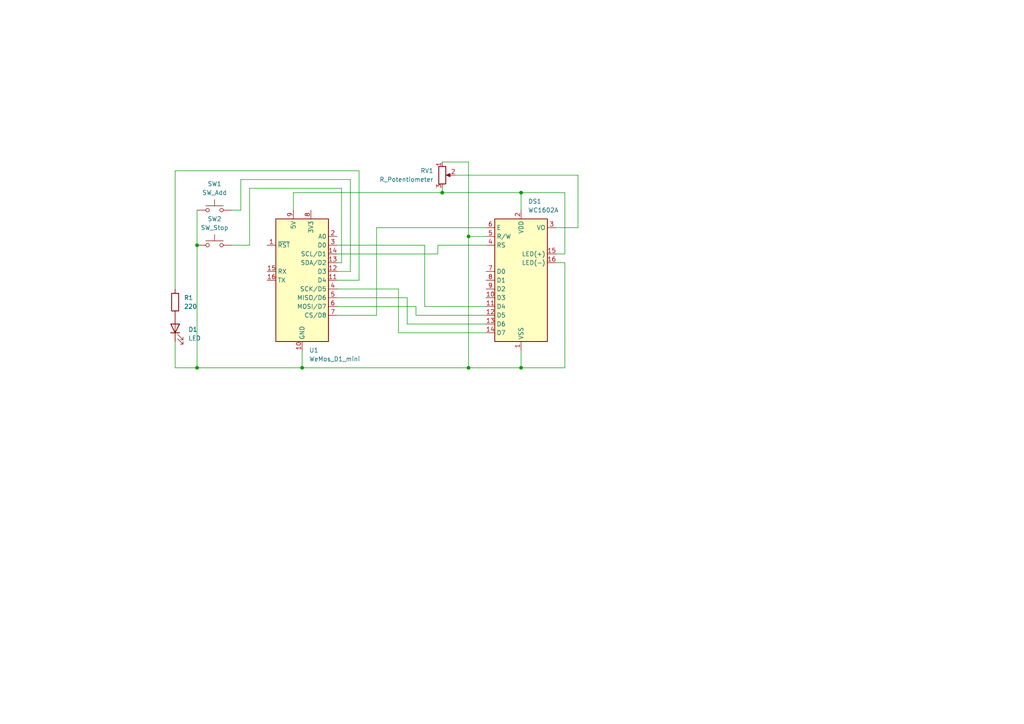
<source format=kicad_sch>
(kicad_sch (version 20211123) (generator eeschema)
  (paper "A4")
  (lib_symbols
    (symbol "Device:LED" (pin_numbers hide) (pin_names (offset 1.016) hide)
      (property "Reference" "D" (at 0 2.54 0))
      (property "Value" "LED" (at 0 -2.54 0))
      (symbol "LED_0_1"
        (polyline (pts (xy -1.27 -1.27) (xy -1.27 1.27)) (stroke (width 0.254)))
        (polyline (pts (xy -1.27 0) (xy 1.27 0)))
        (polyline (pts (xy 1.27 -1.27) (xy 1.27 1.27) (xy -1.27 0) (xy 1.27 -1.27)) (stroke (width 0.254)))
        (polyline (pts (xy -3.048 -0.762) (xy -4.572 -2.286) (xy -3.81 -2.286) (xy -4.572 -2.286) (xy -4.572 -1.524)))
        (polyline (pts (xy -1.778 -0.762) (xy -3.302 -2.286) (xy -2.54 -2.286) (xy -3.302 -2.286) (xy -3.302 -1.524)))
      )
      (symbol "LED_1_1"
        (pin passive line (at -3.81 0 0) (length 2.54) (name "K") (number "1"))
        (pin passive line (at 3.81 0 180) (length 2.54) (name "A") (number "2"))
      )
    )
    (symbol "Device:R" (pin_numbers hide) (pin_names (offset 0))
      (property "Reference" "R" (at 2.032 0 90))
      (property "Value" "R" (at 0 0 90))
      (symbol "R_0_1"
        (rectangle (start -1.016 -2.54) (end 1.016 2.54) (stroke (width 0.254)))
      )
      (symbol "R_1_1"
        (pin passive line (at 0 3.81 270) (length 1.27) (name "~") (number "1"))
        (pin passive line (at 0 -3.81 90) (length 1.27) (name "~") (number "2"))
      )
    )
    (symbol "Device:R_Potentiometer" (pin_names (offset 1.016) hide)
      (property "Reference" "RV" (at -4.445 0 90))
      (property "Value" "R_Potentiometer" (at -2.54 0 90))
      (symbol "R_Potentiometer_0_1"
        (polyline (pts (xy 2.54 0) (xy 1.524 0)))
        (polyline (pts (xy 1.143 0) (xy 2.286 0.508) (xy 2.286 -0.508) (xy 1.143 0)) (fill (type outline)))
        (rectangle (start 1.016 2.54) (end -1.016 -2.54) (stroke (width 0.254)))
      )
      (symbol "R_Potentiometer_1_1"
        (pin passive line (at 0 3.81 270) (length 1.27) (name "1") (number "1"))
        (pin passive line (at 3.81 0 180) (length 1.27) (name "2") (number "2"))
        (pin passive line (at 0 -3.81 90) (length 1.27) (name "3") (number "3"))
      )
    )
    (symbol "Display_Character:WC1602A"
      (property "Reference" "DS" (at -5.842 19.05 0))
      (property "Value" "WC1602A" (at 5.334 19.05 0))
      (symbol "WC1602A_1_1"
        (rectangle (start -7.62 17.78) (end 7.62 -17.78) (stroke (width 0.254)) (fill (type background)))
        (pin power_in line (at 0 -20.32 90) (length 2.54) (name "VSS") (number "1"))
        (pin input line (at -10.16 -5.08 0) (length 2.54) (name "D3") (number "10"))
        (pin input line (at -10.16 -7.62 0) (length 2.54) (name "D4") (number "11"))
        (pin input line (at -10.16 -10.16 0) (length 2.54) (name "D5") (number "12"))
        (pin input line (at -10.16 -12.7 0) (length 2.54) (name "D6") (number "13"))
        (pin input line (at -10.16 -15.24 0) (length 2.54) (name "D7") (number "14"))
        (pin power_in line (at 10.16 7.62 180) (length 2.54) (name "LED(+)") (number "15"))
        (pin power_in line (at 10.16 5.08 180) (length 2.54) (name "LED(-)") (number "16"))
        (pin power_in line (at 0 20.32 270) (length 2.54) (name "VDD") (number "2"))
        (pin input line (at 10.16 15.24 180) (length 2.54) (name "VO") (number "3"))
        (pin input line (at -10.16 10.16 0) (length 2.54) (name "RS") (number "4"))
        (pin input line (at -10.16 12.7 0) (length 2.54) (name "R/W") (number "5"))
        (pin input line (at -10.16 15.24 0) (length 2.54) (name "E") (number "6"))
        (pin input line (at -10.16 2.54 0) (length 2.54) (name "D0") (number "7"))
        (pin input line (at -10.16 0 0) (length 2.54) (name "D1") (number "8"))
        (pin input line (at -10.16 -2.54 0) (length 2.54) (name "D2") (number "9"))
      )
    )
    (symbol "MCU_Module:WeMos_D1_mini"
      (property "Reference" "U" (at 3.81 19.05 0))
      (property "Value" "WeMos_D1_mini" (at 1.27 -19.05 0))
      (symbol "WeMos_D1_mini_1_1"
        (rectangle (start -7.62 17.78) (end 7.62 -17.78) (stroke (width 0.254)) (fill (type background)))
        (pin input line (at -10.16 10.16 0) (length 2.54) (name "~{RST}") (number "1"))
        (pin power_in line (at 0 -20.32 90) (length 2.54) (name "GND") (number "10"))
        (pin bidirectional line (at 10.16 0 180) (length 2.54) (name "D4") (number "11"))
        (pin bidirectional line (at 10.16 2.54 180) (length 2.54) (name "D3") (number "12"))
        (pin bidirectional line (at 10.16 5.08 180) (length 2.54) (name "SDA/D2") (number "13"))
        (pin bidirectional line (at 10.16 7.62 180) (length 2.54) (name "SCL/D1") (number "14"))
        (pin input line (at -10.16 2.54 0) (length 2.54) (name "RX") (number "15"))
        (pin output line (at -10.16 0 0) (length 2.54) (name "TX") (number "16"))
        (pin input line (at 10.16 12.7 180) (length 2.54) (name "A0") (number "2"))
        (pin bidirectional line (at 10.16 10.16 180) (length 2.54) (name "D0") (number "3"))
        (pin bidirectional line (at 10.16 -2.54 180) (length 2.54) (name "SCK/D5") (number "4"))
        (pin bidirectional line (at 10.16 -5.08 180) (length 2.54) (name "MISO/D6") (number "5"))
        (pin bidirectional line (at 10.16 -7.62 180) (length 2.54) (name "MOSI/D7") (number "6"))
        (pin bidirectional line (at 10.16 -10.16 180) (length 2.54) (name "CS/D8") (number "7"))
        (pin power_out line (at 2.54 20.32 270) (length 2.54) (name "3V3") (number "8"))
        (pin power_in line (at -2.54 20.32 270) (length 2.54) (name "5V") (number "9"))
      )
    )
    (symbol "Switch:SW_Push" (pin_numbers hide) (pin_names (offset 1.016) hide)
      (property "Reference" "SW" (at 1.27 2.54 0))
      (property "Value" "SW_Push" (at 0 -1.524 0))
      (symbol "SW_Push_0_1"
        (circle (center -2.032 0) (radius 0.508))
        (polyline (pts (xy 0 1.27) (xy 0 3.048)))
        (polyline (pts (xy 2.54 1.27) (xy -2.54 1.27)))
        (circle (center 2.032 0) (radius 0.508))
        (pin passive line (at -5.08 0 0) (length 2.54) (name "1") (number "1"))
        (pin passive line (at 5.08 0 180) (length 2.54) (name "2") (number "2"))
      )
    )
  )
  (junction (at 151.13 55.88))
  (junction (at 57.15 71.12))
  (junction (at 57.15 106.68))
  (junction (at 135.89 68.58))
  (junction (at 128.27 55.88))
  (junction (at 151.13 106.68))
  (junction (at 87.63 106.68))
  (junction (at 135.89 106.68))
  (wire (pts (xy 57.15 60.96) (xy 57.15 71.12)))
  (wire (pts (xy 127 73.66) (xy 97.79 73.66)))
  (wire (pts (xy 163.83 73.66) (xy 163.83 55.88)))
  (wire (pts (xy 72.39 54.61) (xy 72.39 71.12)))
  (wire (pts (xy 69.85 52.07) (xy 69.85 60.96)))
  (wire (pts (xy 109.22 91.44) (xy 97.79 91.44)))
  (wire (pts (xy 115.57 96.52) (xy 115.57 83.82)))
  (wire (pts (xy 120.65 91.44) (xy 120.65 88.9)))
  (wire (pts (xy 57.15 106.68) (xy 87.63 106.68)))
  (wire (pts (xy 128.27 54.61) (xy 128.27 55.88)))
  (wire (pts (xy 101.6 52.07) (xy 101.6 78.74)))
  (wire (pts (xy 167.64 66.04) (xy 161.29 66.04)))
  (wire (pts (xy 50.8 106.68) (xy 57.15 106.68)))
  (wire (pts (xy 163.83 55.88) (xy 151.13 55.88)))
  (wire (pts (xy 140.97 88.9) (xy 123.19 88.9)))
  (wire (pts (xy 140.97 66.04) (xy 109.22 66.04)))
  (wire (pts (xy 161.29 73.66) (xy 163.83 73.66)))
  (wire (pts (xy 104.14 49.53) (xy 50.8 49.53)))
  (wire (pts (xy 151.13 55.88) (xy 128.27 55.88)))
  (wire (pts (xy 97.79 78.74) (xy 101.6 78.74)))
  (wire (pts (xy 128.27 46.99) (xy 135.89 46.99)))
  (wire (pts (xy 72.39 71.12) (xy 67.31 71.12)))
  (wire (pts (xy 50.8 99.06) (xy 50.8 106.68)))
  (wire (pts (xy 128.27 55.88) (xy 85.09 55.88)))
  (wire (pts (xy 135.89 46.99) (xy 135.89 68.58)))
  (wire (pts (xy 163.83 76.2) (xy 163.83 106.68)))
  (wire (pts (xy 135.89 106.68) (xy 151.13 106.68)))
  (wire (pts (xy 140.97 91.44) (xy 120.65 91.44)))
  (wire (pts (xy 167.64 50.8) (xy 167.64 66.04)))
  (wire (pts (xy 151.13 60.96) (xy 151.13 55.88)))
  (wire (pts (xy 118.11 93.98) (xy 118.11 86.36)))
  (wire (pts (xy 161.29 76.2) (xy 163.83 76.2)))
  (wire (pts (xy 109.22 66.04) (xy 109.22 91.44)))
  (wire (pts (xy 135.89 68.58) (xy 135.89 106.68)))
  (wire (pts (xy 85.09 55.88) (xy 85.09 60.96)))
  (wire (pts (xy 127 71.12) (xy 127 73.66)))
  (wire (pts (xy 97.79 76.2) (xy 99.06 76.2)))
  (wire (pts (xy 120.65 88.9) (xy 97.79 88.9)))
  (wire (pts (xy 57.15 71.12) (xy 57.15 106.68)))
  (wire (pts (xy 99.06 54.61) (xy 72.39 54.61)))
  (wire (pts (xy 151.13 101.6) (xy 151.13 106.68)))
  (wire (pts (xy 87.63 106.68) (xy 87.63 101.6)))
  (wire (pts (xy 123.19 71.12) (xy 123.19 88.9)))
  (wire (pts (xy 140.97 96.52) (xy 115.57 96.52)))
  (wire (pts (xy 87.63 106.68) (xy 135.89 106.68)))
  (wire (pts (xy 69.85 60.96) (xy 67.31 60.96)))
  (wire (pts (xy 97.79 81.28) (xy 104.14 81.28)))
  (wire (pts (xy 99.06 54.61) (xy 99.06 76.2)))
  (wire (pts (xy 140.97 93.98) (xy 118.11 93.98)))
  (wire (pts (xy 151.13 106.68) (xy 163.83 106.68)))
  (wire (pts (xy 101.6 52.07) (xy 69.85 52.07)))
  (wire (pts (xy 132.08 50.8) (xy 167.64 50.8)))
  (wire (pts (xy 97.79 71.12) (xy 123.19 71.12)))
  (wire (pts (xy 50.8 49.53) (xy 50.8 83.82)))
  (wire (pts (xy 140.97 71.12) (xy 127 71.12)))
  (wire (pts (xy 115.57 83.82) (xy 97.79 83.82)))
  (wire (pts (xy 104.14 49.53) (xy 104.14 81.28)))
  (wire (pts (xy 135.89 68.58) (xy 140.97 68.58)))
  (wire (pts (xy 118.11 86.36) (xy 97.79 86.36)))
  (symbol (lib_id "Device:LED") (at 50.8 95.25 90) (unit 1)
    (property "Reference" "D1" (at 54.61 95.5674 90) (effects (justify right)))
    (property "Value" "LED" (at 54.61 98.1074 90) (effects (justify right)))
    (property "Footprint" "LED_THT:LED_D4.0mm" (effects hide))
  )
  (symbol (lib_id "Device:R") (at 50.8 87.63 0) (unit 1)
    (property "Reference" "R1" (at 53.34 86.3599 0) (effects (justify left)))
    (property "Value" "220" (at 53.34 88.8999 0) (effects (justify left)))
    (property "Footprint" "Resistor_SMD:R_0201_0603Metric" (effects hide))
  )
  (symbol (lib_id "Display_Character:WC1602A") (at 151.13 81.28 0) (unit 1)
    (property "Reference" "DS1" (at 153.1494 58.42 0) (effects (justify left)))
    (property "Value" "WC1602A" (at 153.1494 60.96 0) (effects (justify left)))
    (property "Footprint" "Display:WC1602A" (effects hide))
    (property "Datasheet" "http://www.wincomlcd.com/pdf/WC1602A-SFYLYHTC06.pdf" (effects hide))
  )
  (symbol (lib_id "MCU_Module:WeMos_D1_mini") (at 87.63 81.28 0) (unit 1)
    (property "Reference" "U1" (at 89.6494 101.6 0) (effects (justify left)))
    (property "Value" "WeMos_D1_mini" (at 89.6494 104.14 0) (effects (justify left)))
    (property "Footprint" "Module:WEMOS_D1_mini_light" (effects hide))
    (property "Datasheet" "https://wiki.wemos.cc/products:d1:d1_mini#documentation" (effects hide))
  )
  (symbol (lib_id "Switch:SW_Push") (at 62.23 60.96 0) (unit 1)
    (property "Reference" "SW1" (at 62.23 53.34 0))
    (property "Value" "SW_Add" (at 62.23 55.88 0))
  )
  (symbol (lib_id "Switch:SW_Push") (at 62.23 71.12 0) (unit 1)
    (property "Reference" "SW2" (at 62.23 63.5 0))
    (property "Value" "SW_Stop" (at 62.23 66.04 0))
  )
  (symbol (lib_id "Device:R_Potentiometer") (at 128.27 50.8 0) (unit 1)
    (property "Reference" "RV1" (at 125.73 49.5299 0) (effects (justify right)))
    (property "Value" "R_Potentiometer" (at 125.73 52.0699 0) (effects (justify right)))
  )
)
</source>
